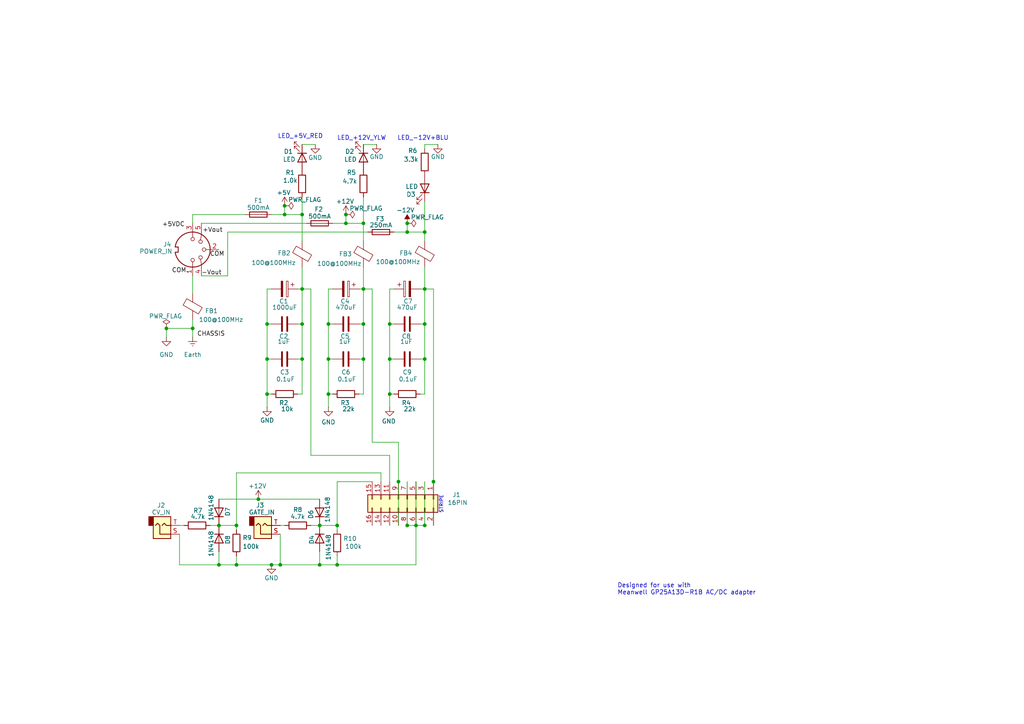
<source format=kicad_sch>
(kicad_sch (version 20250114) (generator "eeschema") (generator_version "9.0")
  (paper "A4")
  (lib_symbols
    (symbol "Connector:DIN-5_180degree" (pin_names (offset 1.016))
      (property "Reference" "J" (at 3.175 5.715 0))
      (property "Value" "DIN-5_180degree" (at 0 -6.35 0))
      (symbol "DIN-5_180degree_0_1"
        (polyline (pts (xy -5.08 2.54) (xy -4.318 2.54) (xy -2.794 2.286)))
        (polyline (pts (xy -5.08 0) (xy -3.556 0)))
        (circle (center -3.048 0) (radius 0.508))
        (circle (center -2.286 2.286) (radius 0.508))
        (polyline (pts (xy -0.762 -4.953) (xy -0.762 -4.191) (xy 0.762 -4.191) (xy 0.762 -4.953)) (stroke (width 0.254)))
        (arc (start 5.08 0) (mid 3.8673 -3.3444) (end 0.762 -5.08) (stroke (width 0.254)))
        (polyline (pts (xy 0 5.08) (xy 0 3.81)))
        (circle (center 0 3.302) (radius 0.508))
        (arc (start -5.08 0) (mid 0 5.0579) (end 5.08 0) (stroke (width 0.254)))
        (arc (start -0.762 -5.08) (mid -3.8597 -3.3379) (end -5.08 0) (stroke (width 0.254)))
        (circle (center 2.286 2.286) (radius 0.508))
        (circle (center 3.048 0) (radius 0.508))
        (polyline (pts (xy 5.08 2.54) (xy 4.318 2.54) (xy 2.794 2.286)))
        (polyline (pts (xy 5.08 0) (xy 3.556 0)))
      )
      (symbol "DIN-5_180degree_1_1"
        (pin passive line (at -7.62 2.54 0) (length 2.54) (name "~") (number "4"))
        (pin passive line (at -7.62 0 0) (length 2.54) (name "~") (number "1"))
        (pin passive line (at 0 7.62 270) (length 2.54) (name "~") (number "2"))
        (pin passive line (at 7.62 2.54 180) (length 2.54) (name "~") (number "5"))
        (pin passive line (at 7.62 0 180) (length 2.54) (name "~") (number "3"))
      )
    )
    (symbol "Connector_Audio:AudioJack2"
      (property "Reference" "J" (at 0 8.89 0))
      (property "Value" "AudioJack2" (at 0 6.35 0))
      (symbol "AudioJack2_0_1"
        (rectangle (start -3.81 0) (end -2.54 -2.54) (stroke (width 0.254)) (fill (type outline)))
        (rectangle (start -2.54 3.81) (end 2.54 -2.54) (stroke (width 0.254)) (fill (type background)))
        (polyline (pts (xy 0 0) (xy 0.635 -0.635) (xy 1.27 0) (xy 2.54 0)) (stroke (width 0.254)))
        (polyline (pts (xy 2.54 2.54) (xy -0.635 2.54) (xy -0.635 0) (xy -1.27 -0.635) (xy -1.905 0)) (stroke (width 0.254)))
      )
      (symbol "AudioJack2_1_1"
        (pin passive line (at 5.08 2.54 180) (length 2.54) (name "~") (number "S"))
        (pin passive line (at 5.08 0 180) (length 2.54) (name "~") (number "T"))
      )
    )
    (symbol "Connector_Generic:Conn_02x08_Odd_Even" (pin_names (offset 1.016) (hide yes))
      (property "Reference" "J" (at 1.27 10.16 0))
      (property "Value" "Conn_02x08_Odd_Even" (at 1.27 -12.7 0))
      (symbol "Conn_02x08_Odd_Even_1_1"
        (rectangle (start -1.27 8.89) (end 3.81 -11.43) (stroke (width 0.254)) (fill (type background)))
        (rectangle (start -1.27 7.747) (end 0 7.493) (stroke (width 0.1524)))
        (rectangle (start -1.27 5.207) (end 0 4.953) (stroke (width 0.1524)))
        (rectangle (start -1.27 2.667) (end 0 2.413) (stroke (width 0.1524)))
        (rectangle (start -1.27 0.127) (end 0 -0.127) (stroke (width 0.1524)))
        (rectangle (start -1.27 -2.413) (end 0 -2.667) (stroke (width 0.1524)))
        (rectangle (start -1.27 -4.953) (end 0 -5.207) (stroke (width 0.1524)))
        (rectangle (start -1.27 -7.493) (end 0 -7.747) (stroke (width 0.1524)))
        (rectangle (start -1.27 -10.033) (end 0 -10.287) (stroke (width 0.1524)))
        (rectangle (start 3.81 7.747) (end 2.54 7.493) (stroke (width 0.1524)))
        (rectangle (start 3.81 5.207) (end 2.54 4.953) (stroke (width 0.1524)))
        (rectangle (start 3.81 2.667) (end 2.54 2.413) (stroke (width 0.1524)))
        (rectangle (start 3.81 0.127) (end 2.54 -0.127) (stroke (width 0.1524)))
        (rectangle (start 3.81 -2.413) (end 2.54 -2.667) (stroke (width 0.1524)))
        (rectangle (start 3.81 -4.953) (end 2.54 -5.207) (stroke (width 0.1524)))
        (rectangle (start 3.81 -7.493) (end 2.54 -7.747) (stroke (width 0.1524)))
        (rectangle (start 3.81 -10.033) (end 2.54 -10.287) (stroke (width 0.1524)))
        (pin passive line (at -5.08 7.62 0) (length 3.81) (name "Pin_1") (number "1"))
        (pin passive line (at -5.08 5.08 0) (length 3.81) (name "Pin_3") (number "3"))
        (pin passive line (at -5.08 2.54 0) (length 3.81) (name "Pin_5") (number "5"))
        (pin passive line (at -5.08 0 0) (length 3.81) (name "Pin_7") (number "7"))
        (pin passive line (at -5.08 -2.54 0) (length 3.81) (name "Pin_9") (number "9"))
        (pin passive line (at -5.08 -5.08 0) (length 3.81) (name "Pin_11") (number "11"))
        (pin passive line (at -5.08 -7.62 0) (length 3.81) (name "Pin_13") (number "13"))
        (pin passive line (at -5.08 -10.16 0) (length 3.81) (name "Pin_15") (number "15"))
        (pin passive line (at 7.62 7.62 180) (length 3.81) (name "Pin_2") (number "2"))
        (pin passive line (at 7.62 5.08 180) (length 3.81) (name "Pin_4") (number "4"))
        (pin passive line (at 7.62 2.54 180) (length 3.81) (name "Pin_6") (number "6"))
        (pin passive line (at 7.62 0 180) (length 3.81) (name "Pin_8") (number "8"))
        (pin passive line (at 7.62 -2.54 180) (length 3.81) (name "Pin_10") (number "10"))
        (pin passive line (at 7.62 -5.08 180) (length 3.81) (name "Pin_12") (number "12"))
        (pin passive line (at 7.62 -7.62 180) (length 3.81) (name "Pin_14") (number "14"))
        (pin passive line (at 7.62 -10.16 180) (length 3.81) (name "Pin_16") (number "16"))
      )
    )
    (symbol "Device:C" (pin_numbers (hide yes)) (pin_names (offset 0.254))
      (property "Reference" "C" (at 0.635 2.54 0))
      (property "Value" "C" (at 0.635 -2.54 0))
      (symbol "C_0_1"
        (polyline (pts (xy -2.032 0.762) (xy 2.032 0.762)) (stroke (width 0.508)))
        (polyline (pts (xy -2.032 -0.762) (xy 2.032 -0.762)) (stroke (width 0.508)))
      )
      (symbol "C_1_1"
        (pin passive line (at 0 3.81 270) (length 2.794) (name "~") (number "1"))
        (pin passive line (at 0 -3.81 90) (length 2.794) (name "~") (number "2"))
      )
    )
    (symbol "Device:C_Polarized" (pin_numbers (hide yes)) (pin_names (offset 0.254))
      (property "Reference" "C" (at 0.635 2.54 0))
      (property "Value" "C_Polarized" (at 0.635 -2.54 0))
      (symbol "C_Polarized_0_1"
        (rectangle (start -2.286 0.508) (end 2.286 1.016))
        (polyline (pts (xy -1.778 2.286) (xy -0.762 2.286)))
        (polyline (pts (xy -1.27 2.794) (xy -1.27 1.778)))
        (rectangle (start 2.286 -0.508) (end -2.286 -1.016) (fill (type outline)))
      )
      (symbol "C_Polarized_1_1"
        (pin passive line (at 0 3.81 270) (length 2.794) (name "~") (number "1"))
        (pin passive line (at 0 -3.81 90) (length 2.794) (name "~") (number "2"))
      )
    )
    (symbol "Device:FerriteBead" (pin_numbers (hide yes)) (pin_names (offset 0))
      (property "Reference" "FB" (at -3.81 0.635 90))
      (property "Value" "FerriteBead" (at 3.81 0 90))
      (symbol "FerriteBead_0_1"
        (polyline (pts (xy -2.7686 0.4064) (xy -1.7018 2.2606) (xy 2.7686 -0.3048) (xy 1.6764 -2.159) (xy -2.7686 0.4064)))
        (polyline (pts (xy 0 1.27) (xy 0 1.2954)))
        (polyline (pts (xy 0 -1.27) (xy 0 -1.2192)))
      )
      (symbol "FerriteBead_1_1"
        (pin passive line (at 0 3.81 270) (length 2.54) (name "~") (number "1"))
        (pin passive line (at 0 -3.81 90) (length 2.54) (name "~") (number "2"))
      )
    )
    (symbol "Device:Fuse" (pin_numbers (hide yes)) (pin_names (offset 0))
      (property "Reference" "F" (at 2.032 0 90))
      (property "Value" "Fuse" (at -1.905 0 90))
      (symbol "Fuse_0_1"
        (rectangle (start -0.762 -2.54) (end 0.762 2.54) (stroke (width 0.254)))
        (polyline (pts (xy 0 2.54) (xy 0 -2.54)))
      )
      (symbol "Fuse_1_1"
        (pin passive line (at 0 3.81 270) (length 1.27) (name "~") (number "1"))
        (pin passive line (at 0 -3.81 90) (length 1.27) (name "~") (number "2"))
      )
    )
    (symbol "Device:LED" (pin_numbers (hide yes)) (pin_names (offset 1.016) (hide yes))
      (property "Reference" "D" (at 0 2.54 0))
      (property "Value" "LED" (at 0 -2.54 0))
      (symbol "LED_0_1"
        (polyline (pts (xy -3.048 -0.762) (xy -4.572 -2.286) (xy -3.81 -2.286) (xy -4.572 -2.286) (xy -4.572 -1.524)))
        (polyline (pts (xy -1.778 -0.762) (xy -3.302 -2.286) (xy -2.54 -2.286) (xy -3.302 -2.286) (xy -3.302 -1.524)))
        (polyline (pts (xy -1.27 0) (xy 1.27 0)))
        (polyline (pts (xy -1.27 -1.27) (xy -1.27 1.27)) (stroke (width 0.254)))
        (polyline (pts (xy 1.27 -1.27) (xy 1.27 1.27) (xy -1.27 0) (xy 1.27 -1.27)) (stroke (width 0.254)))
      )
      (symbol "LED_1_1"
        (pin passive line (at -3.81 0 0) (length 2.54) (name "K") (number "1"))
        (pin passive line (at 3.81 0 180) (length 2.54) (name "A") (number "2"))
      )
    )
    (symbol "Device:R" (pin_numbers (hide yes)) (pin_names (offset 0))
      (property "Reference" "R" (at 2.032 0 90))
      (property "Value" "R" (at 0 0 90))
      (symbol "R_0_1"
        (rectangle (start -1.016 -2.54) (end 1.016 2.54) (stroke (width 0.254)))
      )
      (symbol "R_1_1"
        (pin passive line (at 0 3.81 270) (length 1.27) (name "~") (number "1"))
        (pin passive line (at 0 -3.81 90) (length 1.27) (name "~") (number "2"))
      )
    )
    (symbol "Diode:1N4148" (pin_numbers (hide yes)) (pin_names (hide yes))
      (property "Reference" "D" (at 0 2.54 0))
      (property "Value" "1N4148" (at 0 -2.54 0))
      (symbol "1N4148_0_1"
        (polyline (pts (xy -1.27 1.27) (xy -1.27 -1.27)) (stroke (width 0.254)))
        (polyline (pts (xy 1.27 1.27) (xy 1.27 -1.27) (xy -1.27 0) (xy 1.27 1.27)) (stroke (width 0.254)))
        (polyline (pts (xy 1.27 0) (xy -1.27 0)))
      )
      (symbol "1N4148_1_1"
        (pin passive line (at -3.81 0 0) (length 2.54) (name "K") (number "1"))
        (pin passive line (at 3.81 0 180) (length 2.54) (name "A") (number "2"))
      )
    )
    (symbol "power:+12V" (power) (pin_numbers (hide yes)) (pin_names (offset 0) (hide yes))
      (property "Value" "+12V" (at 0 3.556 0))
      (symbol "+12V_0_1"
        (polyline (pts (xy -0.762 1.27) (xy 0 2.54)))
        (polyline (pts (xy 0 2.54) (xy 0.762 1.27)))
        (polyline (pts (xy 0 0) (xy 0 2.54)))
      )
      (symbol "+12V_1_1"
        (pin power_in line (at 0 0 90) (length 0) (name "~") (number "1"))
      )
    )
    (symbol "power:+5V" (power) (pin_numbers (hide yes)) (pin_names (offset 0) (hide yes))
      (property "Value" "+5V" (at 0 3.556 0))
      (symbol "+5V_0_1"
        (polyline (pts (xy -0.762 1.27) (xy 0 2.54)))
        (polyline (pts (xy 0 2.54) (xy 0.762 1.27)))
        (polyline (pts (xy 0 0) (xy 0 2.54)))
      )
      (symbol "+5V_1_1"
        (pin power_in line (at 0 0 90) (length 0) (name "~") (number "1"))
      )
    )
    (symbol "power:-12V" (power) (pin_numbers (hide yes)) (pin_names (offset 0) (hide yes))
      (property "Value" "-12V" (at 0 3.556 0))
      (symbol "-12V_0_0"
        (pin power_in line (at 0 0 90) (length 0) (name "~") (number "1"))
      )
      (symbol "-12V_0_1"
        (polyline (pts (xy 0 0) (xy 0 1.27) (xy 0.762 1.27) (xy 0 2.54) (xy -0.762 1.27) (xy 0 1.27)) (fill (type outline)))
      )
    )
    (symbol "power:Earth" (power) (pin_numbers (hide yes)) (pin_names (offset 0) (hide yes))
      (property "Value" "Earth" (at 0 -3.81 0))
      (symbol "Earth_0_1"
        (polyline (pts (xy -0.635 -1.905) (xy 0.635 -1.905)))
        (polyline (pts (xy -0.127 -2.54) (xy 0.127 -2.54)))
        (polyline (pts (xy 0 -1.27) (xy 0 0)))
        (polyline (pts (xy 1.27 -1.27) (xy -1.27 -1.27)))
      )
      (symbol "Earth_1_1"
        (pin power_in line (at 0 0 270) (length 0) (name "~") (number "1"))
      )
    )
    (symbol "power:GND" (power) (pin_numbers (hide yes)) (pin_names (offset 0) (hide yes))
      (property "Value" "GND" (at 0 -3.81 0))
      (symbol "GND_0_1"
        (polyline (pts (xy 0 0) (xy 0 -1.27) (xy 1.27 -1.27) (xy 0 -2.54) (xy -1.27 -1.27) (xy 0 -1.27)))
      )
      (symbol "GND_1_1"
        (pin power_in line (at 0 0 270) (length 0) (name "~") (number "1"))
      )
    )
    (symbol "power:PWR_FLAG" (power) (pin_numbers (hide yes)) (pin_names (offset 0) (hide yes))
      (property "Value" "PWR_FLAG" (at 0 3.81 0))
      (symbol "PWR_FLAG_0_0"
        (pin power_out line (at 0 0 90) (length 0) (name "~") (number "1"))
      )
      (symbol "PWR_FLAG_0_1"
        (polyline (pts (xy 0 0) (xy 0 1.27) (xy -1.016 1.905) (xy 0 2.54) (xy 1.016 1.905) (xy 0 1.27)))
      )
    )
  )
  (text "LED_-12V+BLU" (at 122.682 40.132 0) (effects (font (size 1.27 1.27))))
  (text "LED_+12V_YLW" (at 104.902 40.132 0) (effects (font (size 1.27 1.27))))
  (text "STRIPE\n" (at 128.016 146.304 90) (effects (font (size 1.016 1.016))))
  (text "Designed for use with \nMeanwell GP25A13D-R1B AC/DC adapter" (at 179.07 170.942 0) (effects (font (size 1.27 1.27)) (justify left)))
  (text "LED_+5V_RED" (at 87.122 39.624 0) (effects (font (size 1.27 1.27))))
  (junction (at 125.73 139.7))
  (junction (at 87.63 104.14))
  (junction (at 95.25 93.98))
  (junction (at 123.19 93.98))
  (junction (at 63.5 163.83))
  (junction (at 87.63 62.23))
  (junction (at 97.79 152.4))
  (junction (at 123.19 152.4))
  (junction (at 78.74 163.83))
  (junction (at 97.79 163.83))
  (junction (at 74.93 144.78))
  (junction (at 68.58 152.4))
  (junction (at 82.55 62.23))
  (junction (at 105.41 104.14))
  (junction (at 113.03 93.98))
  (junction (at 115.57 139.7))
  (junction (at 87.63 83.82))
  (junction (at 92.71 152.4))
  (junction (at 82.55 59.69))
  (junction (at 123.19 104.14))
  (junction (at 118.11 64.77))
  (junction (at 118.11 152.4))
  (junction (at 105.41 93.98))
  (junction (at 81.28 163.83))
  (junction (at 77.47 93.98))
  (junction (at 105.41 83.82))
  (junction (at 100.33 64.77))
  (junction (at 113.03 104.14))
  (junction (at 77.47 114.3))
  (junction (at 123.19 83.82))
  (junction (at 68.58 163.83))
  (junction (at 48.26 95.25))
  (junction (at 123.19 67.31))
  (junction (at 105.41 64.77))
  (junction (at 118.11 67.31))
  (junction (at 77.47 104.14))
  (junction (at 113.03 114.3))
  (junction (at 92.71 163.83))
  (junction (at 87.63 93.98))
  (junction (at 120.65 152.4))
  (junction (at 55.88 95.25))
  (junction (at 95.25 104.14))
  (junction (at 100.33 62.23))
  (junction (at 95.25 114.3))
  (junction (at 63.5 152.4))
  (wire (pts (xy 77.47 93.98) (xy 77.47 104.14)))
  (wire (pts (xy 97.79 152.4) (xy 97.79 139.7)))
  (wire (pts (xy 55.88 95.25) (xy 55.88 92.71)))
  (wire (pts (xy 123.19 139.7) (xy 123.19 152.4)))
  (wire (pts (xy 118.11 152.4) (xy 120.65 152.4)))
  (wire (pts (xy 66.04 67.31) (xy 106.68 67.31)))
  (wire (pts (xy 121.92 114.3) (xy 123.19 114.3)))
  (wire (pts (xy 90.17 152.4) (xy 92.71 152.4)))
  (wire (pts (xy 123.19 58.42) (xy 123.19 67.31)))
  (wire (pts (xy 125.73 139.7) (xy 125.73 152.4)))
  (wire (pts (xy 97.79 163.83) (xy 97.79 161.29)))
  (wire (pts (xy 66.04 80.01) (xy 66.04 67.31)))
  (wire (pts (xy 87.63 83.82) (xy 87.63 93.98)))
  (wire (pts (xy 115.57 139.7) (xy 115.57 152.4)))
  (wire (pts (xy 63.5 152.4) (xy 68.58 152.4)))
  (wire (pts (xy 100.33 62.23) (xy 100.33 64.77)))
  (wire (pts (xy 87.63 77.47) (xy 87.63 83.82)))
  (wire (pts (xy 87.63 83.82) (xy 90.17 83.82)))
  (wire (pts (xy 104.14 104.14) (xy 105.41 104.14)))
  (wire (pts (xy 95.25 104.14) (xy 95.25 114.3)))
  (wire (pts (xy 95.25 93.98) (xy 95.25 104.14)))
  (wire (pts (xy 92.71 160.02) (xy 92.71 163.83)))
  (wire (pts (xy 113.03 104.14) (xy 114.3 104.14)))
  (wire (pts (xy 100.33 64.77) (xy 105.41 64.77)))
  (wire (pts (xy 87.63 93.98) (xy 87.63 104.14)))
  (wire (pts (xy 120.65 152.4) (xy 120.65 163.83)))
  (wire (pts (xy 120.65 163.83) (xy 97.79 163.83)))
  (wire (pts (xy 113.03 132.08) (xy 113.03 139.7)))
  (wire (pts (xy 68.58 153.67) (xy 68.58 152.4)))
  (wire (pts (xy 87.63 104.14) (xy 87.63 114.3)))
  (wire (pts (xy 86.36 104.14) (xy 87.63 104.14)))
  (wire (pts (xy 105.41 57.15) (xy 105.41 64.77)))
  (wire (pts (xy 105.41 41.91) (xy 109.22 41.91)))
  (wire (pts (xy 81.28 152.4) (xy 82.55 152.4)))
  (wire (pts (xy 105.41 77.47) (xy 105.41 83.82)))
  (wire (pts (xy 95.25 104.14) (xy 96.52 104.14)))
  (wire (pts (xy 121.92 104.14) (xy 123.19 104.14)))
  (wire (pts (xy 81.28 154.94) (xy 81.28 163.83)))
  (wire (pts (xy 105.41 83.82) (xy 105.41 93.98)))
  (wire (pts (xy 77.47 114.3) (xy 77.47 118.11)))
  (wire (pts (xy 118.11 67.31) (xy 123.19 67.31)))
  (wire (pts (xy 121.92 83.82) (xy 123.19 83.82)))
  (wire (pts (xy 114.3 67.31) (xy 118.11 67.31)))
  (wire (pts (xy 87.63 62.23) (xy 87.63 69.85)))
  (wire (pts (xy 95.25 83.82) (xy 95.25 93.98)))
  (wire (pts (xy 92.71 152.4) (xy 97.79 152.4)))
  (wire (pts (xy 90.17 83.82) (xy 90.17 132.08)))
  (wire (pts (xy 120.65 139.7) (xy 120.65 152.4)))
  (wire (pts (xy 55.88 95.25) (xy 48.26 95.25)))
  (wire (pts (xy 107.95 128.27) (xy 115.57 128.27)))
  (wire (pts (xy 123.19 67.31) (xy 123.19 69.85)))
  (wire (pts (xy 118.11 64.77) (xy 118.11 67.31)))
  (wire (pts (xy 125.73 83.82) (xy 125.73 139.7)))
  (wire (pts (xy 68.58 163.83) (xy 68.58 161.29)))
  (wire (pts (xy 123.19 41.91) (xy 127 41.91)))
  (wire (pts (xy 113.03 93.98) (xy 113.03 104.14)))
  (wire (pts (xy 123.19 77.47) (xy 123.19 83.82)))
  (wire (pts (xy 81.28 163.83) (xy 92.71 163.83)))
  (wire (pts (xy 104.14 83.82) (xy 105.41 83.82)))
  (wire (pts (xy 95.25 93.98) (xy 96.52 93.98)))
  (wire (pts (xy 86.36 83.82) (xy 87.63 83.82)))
  (wire (pts (xy 95.25 83.82) (xy 96.52 83.82)))
  (wire (pts (xy 105.41 104.14) (xy 105.41 114.3)))
  (wire (pts (xy 81.28 163.83) (xy 78.74 163.83)))
  (wire (pts (xy 97.79 153.67) (xy 97.79 152.4)))
  (wire (pts (xy 63.5 160.02) (xy 63.5 163.83)))
  (wire (pts (xy 52.07 163.83) (xy 63.5 163.83)))
  (wire (pts (xy 55.88 64.77) (xy 55.88 62.23)))
  (wire (pts (xy 60.96 152.4) (xy 63.5 152.4)))
  (wire (pts (xy 77.47 104.14) (xy 77.47 114.3)))
  (wire (pts (xy 113.03 83.82) (xy 114.3 83.82)))
  (wire (pts (xy 52.07 163.83) (xy 52.07 154.94)))
  (wire (pts (xy 48.26 95.25) (xy 48.26 97.79)))
  (wire (pts (xy 105.41 93.98) (xy 105.41 104.14)))
  (wire (pts (xy 118.11 139.7) (xy 118.11 152.4)))
  (wire (pts (xy 113.03 114.3) (xy 113.03 118.11)))
  (wire (pts (xy 63.5 144.78) (xy 74.93 144.78)))
  (wire (pts (xy 95.25 114.3) (xy 95.25 118.11)))
  (wire (pts (xy 87.63 41.91) (xy 91.44 41.91)))
  (wire (pts (xy 123.19 83.82) (xy 125.73 83.82)))
  (wire (pts (xy 90.17 132.08) (xy 113.03 132.08)))
  (wire (pts (xy 55.88 62.23) (xy 71.12 62.23)))
  (wire (pts (xy 58.42 80.01) (xy 66.04 80.01)))
  (wire (pts (xy 104.14 93.98) (xy 105.41 93.98)))
  (wire (pts (xy 123.19 43.18) (xy 123.19 41.91)))
  (wire (pts (xy 107.95 83.82) (xy 107.95 128.27)))
  (wire (pts (xy 96.52 64.77) (xy 100.33 64.77)))
  (wire (pts (xy 87.63 57.15) (xy 87.63 62.23)))
  (wire (pts (xy 77.47 104.14) (xy 78.74 104.14)))
  (wire (pts (xy 113.03 93.98) (xy 114.3 93.98)))
  (wire (pts (xy 77.47 83.82) (xy 78.74 83.82)))
  (wire (pts (xy 97.79 139.7) (xy 107.95 139.7)))
  (wire (pts (xy 53.34 152.4) (xy 52.07 152.4)))
  (wire (pts (xy 55.88 80.01) (xy 55.88 85.09)))
  (wire (pts (xy 115.57 128.27) (xy 115.57 139.7)))
  (wire (pts (xy 55.88 95.25) (xy 55.88 97.79)))
  (wire (pts (xy 77.47 83.82) (xy 77.47 93.98)))
  (wire (pts (xy 113.03 104.14) (xy 113.03 114.3)))
  (wire (pts (xy 78.74 62.23) (xy 82.55 62.23)))
  (wire (pts (xy 105.41 64.77) (xy 105.41 69.85)))
  (wire (pts (xy 104.14 114.3) (xy 105.41 114.3)))
  (wire (pts (xy 120.65 152.4) (xy 123.19 152.4)))
  (wire (pts (xy 74.93 144.78) (xy 92.71 144.78)))
  (wire (pts (xy 123.19 104.14) (xy 123.19 114.3)))
  (wire (pts (xy 110.49 137.16) (xy 110.49 139.7)))
  (wire (pts (xy 86.36 93.98) (xy 87.63 93.98)))
  (wire (pts (xy 58.42 64.77) (xy 88.9 64.77)))
  (wire (pts (xy 63.5 163.83) (xy 68.58 163.83)))
  (wire (pts (xy 113.03 114.3) (xy 114.3 114.3)))
  (wire (pts (xy 77.47 114.3) (xy 78.74 114.3)))
  (wire (pts (xy 68.58 152.4) (xy 68.58 137.16)))
  (wire (pts (xy 68.58 137.16) (xy 110.49 137.16)))
  (wire (pts (xy 121.92 93.98) (xy 123.19 93.98)))
  (wire (pts (xy 77.47 93.98) (xy 78.74 93.98)))
  (wire (pts (xy 82.55 62.23) (xy 87.63 62.23)))
  (wire (pts (xy 95.25 114.3) (xy 96.52 114.3)))
  (wire (pts (xy 78.74 163.83) (xy 68.58 163.83)))
  (wire (pts (xy 82.55 59.69) (xy 82.55 62.23)))
  (wire (pts (xy 105.41 83.82) (xy 107.95 83.82)))
  (wire (pts (xy 113.03 83.82) (xy 113.03 93.98)))
  (wire (pts (xy 92.71 163.83) (xy 97.79 163.83)))
  (wire (pts (xy 123.19 93.98) (xy 123.19 104.14)))
  (wire (pts (xy 123.19 83.82) (xy 123.19 93.98)))
  (wire (pts (xy 86.36 114.3) (xy 87.63 114.3)))
  (label "CHASSIS" (at 57.15 97.79 0))
  (label "+Vout" (at 58.718 67.6652 0))
  (label "COM" (at 49.8194 79.3739 0))
  (label "COM" (at 60.8468 74.6053 0))
  (label "+5VDC" (at 46.99 66.04 0))
  (label "-Vout" (at 58.42 80.01 0))
  (symbol (lib_id "power:GND") (at 113.03 118.11 0) (unit 1)
    (property "Reference" "#PWR09" (effects (hide yes)))
    (property "Value" "GND" (at 112.776 122.174 0))
    (property "Description" "Power symbol creates a global label with name \"GND\" , ground" (effects (hide yes)))
  )
  (symbol (lib_id "Device:C_Polarized") (at 82.55 83.82 270) (unit 1)
    (property "Reference" "C1" (at 82.296 87.376 90))
    (property "Value" "1000uF" (at 82.55 89.154 90))
    (property "Footprint" "Capacitor_THT:CP_Radial_D10.0mm_P5.00mm" (effects (hide yes)))
    (property "Description" "Polarized capacitor" (effects (hide yes)))
  )
  (symbol (lib_id "power:Earth") (at 55.88 97.79 0) (unit 1)
    (property "Reference" "#PWR05" (effects (hide yes)))
    (property "Value" "Earth" (at 55.88 102.87 0))
    (property "Description" "Power symbol creates a global label with name \"Earth\"" (effects (hide yes)))
  )
  (symbol (lib_id "power:GND") (at 127 41.91 0) (unit 1)
    (property "Reference" "#PWR013" (effects (hide yes)))
    (property "Value" "GND" (at 127 45.466 0))
    (property "Description" "Power symbol creates a global label with name \"GND\" , ground" (effects (hide yes)))
  )
  (symbol (lib_id "Device:C") (at 118.11 93.98 90) (unit 1)
    (property "Reference" "C8" (at 117.856 97.536 90))
    (property "Value" "1uF" (at 117.856 99.06 90))
    (property "Footprint" "Capacitor_THT:C_Rect_L7.2mm_W4.5mm_P5.00mm_FKS2_FKP2_MKS2_MKP2" (effects (hide yes)))
    (property "Description" "Unpolarized capacitor" (effects (hide yes)))
  )
  (symbol (lib_id "power:GND") (at 78.74 163.83 0) (unit 1)
    (property "Reference" "#PWR010" (effects (hide yes)))
    (property "Value" "GND" (at 78.74 167.64 0))
    (property "Description" "Power symbol creates a global label with name \"GND\" , ground" (effects (hide yes)))
  )
  (symbol (lib_id "Device:FerriteBead") (at 87.63 73.66 0) (unit 1)
    (property "Reference" "FB2" (at 80.518 73.406 0) (effects (justify left)))
    (property "Value" "100@100MHz" (at 72.898 76.2 0) (effects (justify left)))
    (property "Footprint" "Inductor_THT:L_Axial_L5.3mm_D2.2mm_P7.62mm_Horizontal_Vishay_IM-1" (effects (hide yes)))
    (property "Description" "Ferrite bead" (effects (hide yes)))
  )
  (symbol (lib_id "power:GND") (at 95.25 118.11 0) (unit 1)
    (property "Reference" "#PWR08" (effects (hide yes)))
    (property "Value" "GND" (at 95.25 122.428 0))
    (property "Description" "Power symbol creates a global label with name \"GND\" , ground" (effects (hide yes)))
  )
  (symbol (lib_id "power:+5V") (at 82.55 59.69 0) (unit 1)
    (property "Reference" "#PWR04" (effects (hide yes)))
    (property "Value" "+5V" (at 82.296 55.88 0))
    (property "Description" "Power symbol creates a global label with name \"+5V\"" (effects (hide yes)))
  )
  (symbol (lib_id "power:+12V") (at 100.33 62.23 0) (unit 1)
    (property "Reference" "#PWR01" (effects (hide yes)))
    (property "Value" "+12V" (at 100.076 58.42 0))
    (property "Description" "Power symbol creates a global label with name \"+12V\"" (effects (hide yes)))
  )
  (symbol (lib_id "power:GND") (at 91.44 41.91 0) (unit 1)
    (property "Reference" "#PWR06" (effects (hide yes)))
    (property "Value" "GND" (at 91.44 45.72 0))
    (property "Description" "Power symbol creates a global label with name \"GND\" , ground" (effects (hide yes)))
  )
  (symbol (lib_id "Device:C") (at 82.55 93.98 90) (unit 1)
    (property "Reference" "C2" (at 82.296 97.536 90))
    (property "Value" "1uF" (at 82.296 99.06 90))
    (property "Footprint" "Capacitor_THT:C_Rect_L7.2mm_W4.5mm_P5.00mm_FKS2_FKP2_MKS2_MKP2" (effects (hide yes)))
    (property "Description" "Unpolarized capacitor" (effects (hide yes)))
  )
  (symbol (lib_id "Device:LED") (at 105.41 45.72 270) (unit 1)
    (property "Reference" "D2" (at 100.076 43.942 90) (effects (justify left)))
    (property "Value" "LED" (at 99.822 46.228 90) (effects (justify left)))
    (property "Footprint" "LED_THT:LED_D5.0mm" (effects (hide yes)))
    (property "Description" "Light emitting diode" (effects (hide yes)))
    (property "Sim.Pins" "1=K 2=A" (effects (hide yes)))
  )
  (symbol (lib_id "Device:LED") (at 123.19 54.61 270) (mirror x) (unit 1)
    (property "Reference" "D3" (at 117.856 56.388 90) (effects (justify left)))
    (property "Value" "LED" (at 117.602 54.102 90) (effects (justify left)))
    (property "Footprint" "LED_THT:LED_D5.0mm" (effects (hide yes)))
    (property "Description" "Light emitting diode" (effects (hide yes)))
    (property "Sim.Pins" "1=K 2=A" (effects (hide yes)))
  )
  (symbol (lib_id "Device:R") (at 68.58 157.48 0) (unit 1)
    (property "Reference" "R9" (at 70.358 155.956 0) (effects (justify left)))
    (property "Value" "100k" (at 70.358 158.496 0) (effects (justify left)))
    (property "Footprint" "Resistor_THT:R_Axial_DIN0204_L3.6mm_D1.6mm_P5.08mm_Horizontal" (effects (hide yes)))
    (property "Description" "Resistor" (effects (hide yes)))
  )
  (symbol (lib_id "power:PWR_FLAG") (at 100.33 62.23 270) (unit 1)
    (property "Reference" "#FLG02" (effects (hide yes)))
    (property "Value" "PWR_FLAG" (at 101.346 60.452 90) (effects (justify left)))
    (property "Description" "Special symbol for telling ERC where power comes from" (effects (hide yes)))
  )
  (symbol (lib_id "Device:C_Polarized") (at 118.11 83.82 90) (mirror x) (unit 1)
    (property "Reference" "C7" (at 118.364 87.376 90))
    (property "Value" "470uF" (at 118.11 89.154 90))
    (property "Footprint" "Capacitor_THT:CP_Radial_D10.0mm_P5.00mm" (effects (hide yes)))
    (property "Description" "Polarized capacitor" (effects (hide yes)))
  )
  (symbol (lib_id "Diode:1N4148") (at 92.71 148.59 90) (unit 1)
    (property "Reference" "D6" (at 90.17 147.828 0) (effects (justify right)))
    (property "Value" "1N4148" (at 94.996 144.018 0) (effects (justify right)))
    (property "Footprint" "Diode_THT:D_DO-35_SOD27_P7.62mm_Horizontal" (effects (hide yes)))
    (property "Datasheet" "https://assets.nexperia.com/documents/data-sheet/1N4148_1N4448.pdf" (effects (hide yes)))
    (property "Description" "100V 0.15A standard switching diode, DO-35" (effects (hide yes)))
    (property "Sim.Device" "D" (effects (hide yes)))
    (property "Sim.Pins" "1=K 2=A" (effects (hide yes)))
  )
  (symbol (lib_id "power:GND") (at 48.26 97.79 0) (unit 1)
    (property "Reference" "#PWR011" (effects (hide yes)))
    (property "Value" "GND" (at 48.26 102.87 0))
    (property "Description" "Power symbol creates a global label with name \"GND\" , ground" (effects (hide yes)))
  )
  (symbol (lib_id "Device:FerriteBead") (at 105.41 73.66 0) (unit 1)
    (property "Reference" "FB3" (at 98.298 73.66 0) (effects (justify left)))
    (property "Value" "100@100MHz" (at 91.948 76.454 0) (effects (justify left)))
    (property "Footprint" "Inductor_THT:L_Axial_L5.3mm_D2.2mm_P7.62mm_Horizontal_Vishay_IM-1" (effects (hide yes)))
    (property "Description" "Ferrite bead" (effects (hide yes)))
  )
  (symbol (lib_id "Device:C") (at 118.11 104.14 90) (unit 1)
    (property "Reference" "C9" (at 118.11 107.95 90))
    (property "Value" "0.1uF" (at 118.364 109.982 90))
    (property "Footprint" "Capacitor_THT:C_Rect_L4.0mm_W2.5mm_P2.50mm" (effects (hide yes)))
    (property "Description" "Unpolarized capacitor" (effects (hide yes)))
  )
  (symbol (lib_id "power:PWR_FLAG") (at 48.26 95.25 0) (unit 1)
    (property "Reference" "#FLG04" (effects (hide yes)))
    (property "Value" "PWR_FLAG" (at 43.18 91.694 0) (effects (justify left)))
    (property "Description" "Special symbol for telling ERC where power comes from" (effects (hide yes)))
  )
  (symbol (lib_id "Diode:1N4148") (at 92.71 156.21 270) (unit 1)
    (property "Reference" "D4" (at 90.424 155.194 0) (effects (justify left)))
    (property "Value" "1N4148" (at 95.25 154.94 0) (effects (justify left)))
    (property "Footprint" "Diode_THT:D_DO-35_SOD27_P7.62mm_Horizontal" (effects (hide yes)))
    (property "Datasheet" "https://assets.nexperia.com/documents/data-sheet/1N4148_1N4448.pdf" (effects (hide yes)))
    (property "Description" "100V 0.15A standard switching diode, DO-35" (effects (hide yes)))
    (property "Sim.Device" "D" (effects (hide yes)))
    (property "Sim.Pins" "1=K 2=A" (effects (hide yes)))
  )
  (symbol (lib_id "power:-12V") (at 118.11 64.77 0) (unit 1)
    (property "Reference" "#PWR02" (effects (hide yes)))
    (property "Value" "-12V" (at 117.602 60.96 0))
    (property "Description" "Power symbol creates a global label with name \"-12V\"" (effects (hide yes)))
  )
  (symbol (lib_id "Connector_Audio:AudioJack2") (at 76.2 152.4 0) (mirror x) (unit 1)
    (property "Reference" "J3" (at 75.438 146.558 0))
    (property "Value" "GATE_IN" (at 75.946 148.59 0))
    (property "Description" "Audio Jack, 2 Poles (Mono / TS)" (effects (hide yes)))
  )
  (symbol (lib_id "power:PWR_FLAG") (at 82.55 59.69 270) (unit 1)
    (property "Reference" "#FLG01" (effects (hide yes)))
    (property "Value" "PWR_FLAG" (at 83.566 57.912 90) (effects (justify left)))
    (property "Description" "Special symbol for telling ERC where power comes from" (effects (hide yes)))
  )
  (symbol (lib_id "power:GND") (at 77.47 118.11 0) (unit 1)
    (property "Reference" "#PWR07" (effects (hide yes)))
    (property "Value" "GND" (at 77.47 121.92 0))
    (property "Description" "Power symbol creates a global label with name \"GND\" , ground" (effects (hide yes)))
  )
  (symbol (lib_id "Device:FerriteBead") (at 123.19 73.66 0) (unit 1)
    (property "Reference" "FB4" (at 115.824 73.406 0) (effects (justify left)))
    (property "Value" "100@100MHz" (at 108.966 75.946 0) (effects (justify left)))
    (property "Footprint" "Inductor_THT:L_Axial_L5.3mm_D2.2mm_P7.62mm_Horizontal_Vishay_IM-1" (effects (hide yes)))
    (property "Description" "Ferrite bead" (effects (hide yes)))
  )
  (symbol (lib_id "Diode:1N4148") (at 63.5 156.21 270) (unit 1)
    (property "Reference" "D8" (at 66.04 155.194 0) (effects (justify left)))
    (property "Value" "1N4148" (at 61.214 153.924 0) (effects (justify left)))
    (property "Footprint" "Diode_THT:D_DO-35_SOD27_P7.62mm_Horizontal" (effects (hide yes)))
    (property "Datasheet" "https://assets.nexperia.com/documents/data-sheet/1N4148_1N4448.pdf" (effects (hide yes)))
    (property "Description" "100V 0.15A standard switching diode, DO-35" (effects (hide yes)))
    (property "Sim.Device" "D" (effects (hide yes)))
    (property "Sim.Pins" "1=K 2=A" (effects (hide yes)))
  )
  (symbol (lib_id "Device:R") (at 87.63 53.34 180) (unit 1)
    (property "Reference" "R1" (at 82.804 50.038 0) (effects (justify right)))
    (property "Value" "1.0k" (at 82.042 52.324 0) (effects (justify right)))
    (property "Footprint" "Resistor_THT:R_Axial_DIN0204_L3.6mm_D1.6mm_P5.08mm_Horizontal" (effects (hide yes)))
    (property "Description" "Resistor" (effects (hide yes)))
  )
  (symbol (lib_id "Device:R") (at 118.11 114.3 90) (unit 1)
    (property "Reference" "R4" (at 117.856 116.84 90))
    (property "Value" "22k" (at 118.872 118.618 90))
    (property "Footprint" "Resistor_THT:R_Axial_DIN0204_L3.6mm_D1.6mm_P5.08mm_Horizontal" (effects (hide yes)))
    (property "Description" "Resistor" (effects (hide yes)))
  )
  (symbol (lib_id "Device:Fuse") (at 110.49 67.31 90) (unit 1)
    (property "Reference" "F3" (at 110.236 63.5 90))
    (property "Value" "250mA" (at 110.49 65.278 90))
    (property "Footprint" "WurthElektronik_696101000002:696101000002" (effects (hide yes)))
    (property "Description" "Fuse" (effects (hide yes)))
  )
  (symbol (lib_id "Connector_Generic:Conn_02x08_Odd_Even") (at 118.11 144.78 270) (unit 1)
    (property "Reference" "J1" (at 133.604 143.51 90) (effects (justify right)))
    (property "Value" "16PIN" (at 135.636 145.796 90) (effects (justify right)))
    (property "Footprint" "Connector_IDC:IDC-Header_2x08-1MP_P2.54mm_Latch_Vertical" (effects (hide yes)))
    (property "Description" "Generic connector, double row, 02x08, odd/even pin numbering scheme (row 1 odd numbers, row 2 even numbers), script generated (kicad-library-utils/schlib/autogen/connector/)" (effects (hide yes)))
  )
  (symbol (lib_id "Device:R") (at 57.15 152.4 270) (unit 1)
    (property "Reference" "R7" (at 57.404 148.082 90))
    (property "Value" "4.7k" (at 57.404 149.86 90))
    (property "Footprint" "Resistor_THT:R_Axial_DIN0204_L3.6mm_D1.6mm_P5.08mm_Horizontal" (effects (hide yes)))
    (property "Description" "Resistor" (effects (hide yes)))
  )
  (symbol (lib_id "power:+12V") (at 74.93 144.78 0) (unit 1)
    (property "Reference" "#PWR03" (effects (hide yes)))
    (property "Value" "+12V" (at 74.676 140.97 0))
    (property "Description" "Power symbol creates a global label with name \"+12V\"" (effects (hide yes)))
  )
  (symbol (lib_id "Device:Fuse") (at 74.93 62.23 90) (unit 1)
    (property "Reference" "F1" (at 74.93 58.166 90))
    (property "Value" "500mA" (at 74.93 60.198 90))
    (property "Footprint" "WurthElektronik_696101000002:696101000002" (effects (hide yes)))
    (property "Description" "Fuse" (effects (hide yes)))
  )
  (symbol (lib_id "power:GND") (at 109.22 41.91 0) (unit 1)
    (property "Reference" "#PWR012" (effects (hide yes)))
    (property "Value" "GND" (at 109.22 45.466 0))
    (property "Description" "Power symbol creates a global label with name \"GND\" , ground" (effects (hide yes)))
  )
  (symbol (lib_id "Device:R") (at 100.33 114.3 90) (unit 1)
    (property "Reference" "R3" (at 100.076 116.84 90))
    (property "Value" "22k" (at 101.092 118.618 90))
    (property "Footprint" "Resistor_THT:R_Axial_DIN0204_L3.6mm_D1.6mm_P5.08mm_Horizontal" (effects (hide yes)))
    (property "Description" "Resistor" (effects (hide yes)))
  )
  (symbol (lib_id "Device:C_Polarized") (at 100.33 83.82 270) (unit 1)
    (property "Reference" "C4" (at 100.076 87.376 90))
    (property "Value" "470uF" (at 100.33 89.154 90))
    (property "Footprint" "Capacitor_THT:CP_Radial_D10.0mm_P5.00mm" (effects (hide yes)))
    (property "Description" "Polarized capacitor" (effects (hide yes)))
  )
  (symbol (lib_id "Device:Fuse") (at 92.71 64.77 90) (unit 1)
    (property "Reference" "F2" (at 92.456 60.706 90))
    (property "Value" "500mA" (at 92.71 62.738 90))
    (property "Footprint" "WurthElektronik_696101000002:696101000002" (effects (hide yes)))
    (property "Description" "Fuse" (effects (hide yes)))
  )
  (symbol (lib_id "Device:C") (at 82.55 104.14 90) (unit 1)
    (property "Reference" "C3" (at 82.55 107.95 90))
    (property "Value" "0.1uF" (at 82.804 109.982 90))
    (property "Footprint" "Capacitor_THT:C_Rect_L4.0mm_W2.5mm_P2.50mm" (effects (hide yes)))
    (property "Description" "Unpolarized capacitor" (effects (hide yes)))
  )
  (symbol (lib_id "Device:FerriteBead") (at 55.88 88.9 0) (unit 1)
    (property "Reference" "FB1" (at 59.436 90.17 0) (effects (justify left)))
    (property "Value" "100@100MHz" (at 57.658 92.71 0) (effects (justify left)))
    (property "Footprint" "Inductor_THT:L_Axial_L5.3mm_D2.2mm_P7.62mm_Horizontal_Vishay_IM-1" (effects (hide yes)))
    (property "Description" "Ferrite bead" (effects (hide yes)))
  )
  (symbol (lib_id "Device:R") (at 82.55 114.3 90) (unit 1)
    (property "Reference" "R2" (at 82.296 116.84 90))
    (property "Value" "10k" (at 83.312 118.618 90))
    (property "Footprint" "Resistor_THT:R_Axial_DIN0204_L3.6mm_D1.6mm_P5.08mm_Horizontal" (effects (hide yes)))
    (property "Description" "Resistor" (effects (hide yes)))
  )
  (symbol (lib_id "Device:R") (at 86.36 152.4 270) (unit 1)
    (property "Reference" "R8" (at 86.36 147.828 90))
    (property "Value" "4.7k" (at 86.36 149.86 90))
    (property "Footprint" "Resistor_THT:R_Axial_DIN0204_L3.6mm_D1.6mm_P5.08mm_Horizontal" (effects (hide yes)))
    (property "Description" "Resistor" (effects (hide yes)))
  )
  (symbol (lib_id "Device:R") (at 97.79 157.48 0) (unit 1)
    (property "Reference" "R10" (at 99.568 156.21 0) (effects (justify left)))
    (property "Value" "100k" (at 100.076 158.496 0) (effects (justify left)))
    (property "Footprint" "Resistor_THT:R_Axial_DIN0204_L3.6mm_D1.6mm_P5.08mm_Horizontal" (effects (hide yes)))
    (property "Description" "Resistor" (effects (hide yes)))
  )
  (symbol (lib_id "Device:C") (at 100.33 104.14 90) (unit 1)
    (property "Reference" "C6" (at 100.33 107.95 90))
    (property "Value" "0.1uF" (at 100.584 109.982 90))
    (property "Footprint" "Capacitor_THT:C_Rect_L4.0mm_W2.5mm_P2.50mm" (effects (hide yes)))
    (property "Description" "Unpolarized capacitor" (effects (hide yes)))
  )
  (symbol (lib_id "Device:LED") (at 87.63 45.72 270) (unit 1)
    (property "Reference" "D1" (at 82.296 43.942 90) (effects (justify left)))
    (property "Value" "LED" (at 82.042 46.228 90) (effects (justify left)))
    (property "Footprint" "LED_THT:LED_D5.0mm" (effects (hide yes)))
    (property "Description" "Light emitting diode" (effects (hide yes)))
    (property "Sim.Pins" "1=K 2=A" (effects (hide yes)))
  )
  (symbol (lib_id "Diode:1N4148") (at 63.5 148.59 90) (unit 1)
    (property "Reference" "D7" (at 66.04 147.066 0) (effects (justify right)))
    (property "Value" "1N4148" (at 61.214 143.51 0) (effects (justify right)))
    (property "Footprint" "Diode_THT:D_DO-35_SOD27_P7.62mm_Horizontal" (effects (hide yes)))
    (property "Datasheet" "https://assets.nexperia.com/documents/data-sheet/1N4148_1N4448.pdf" (effects (hide yes)))
    (property "Description" "100V 0.15A standard switching diode, DO-35" (effects (hide yes)))
    (property "Sim.Device" "D" (effects (hide yes)))
    (property "Sim.Pins" "1=K 2=A" (effects (hide yes)))
  )
  (symbol (lib_id "power:PWR_FLAG") (at 118.11 64.77 270) (unit 1)
    (property "Reference" "#FLG03" (effects (hide yes)))
    (property "Value" "PWR_FLAG" (at 119.126 62.992 90) (effects (justify left)))
    (property "Description" "Special symbol for telling ERC where power comes from" (effects (hide yes)))
  )
  (symbol (lib_id "Device:R") (at 123.19 46.99 180) (unit 1)
    (property "Reference" "R6" (at 118.364 43.688 0) (effects (justify right)))
    (property "Value" "3.3k" (at 117.094 46.228 0) (effects (justify right)))
    (property "Footprint" "Resistor_THT:R_Axial_DIN0204_L3.6mm_D1.6mm_P5.08mm_Horizontal" (effects (hide yes)))
    (property "Description" "Resistor" (effects (hide yes)))
  )
  (symbol (lib_id "Device:C") (at 100.33 93.98 90) (unit 1)
    (property "Reference" "C5" (at 100.076 97.536 90))
    (property "Value" "1uF" (at 100.076 99.06 90))
    (property "Footprint" "Capacitor_THT:C_Rect_L7.2mm_W4.5mm_P5.00mm_FKS2_FKP2_MKS2_MKP2" (effects (hide yes)))
    (property "Description" "Unpolarized capacitor" (effects (hide yes)))
  )
  (symbol (lib_id "Connector_Audio:AudioJack2") (at 46.99 152.4 0) (mirror x) (unit 1)
    (property "Reference" "J2" (at 46.736 146.558 0))
    (property "Value" "CV_IN" (at 46.736 148.59 0))
    (property "Description" "Audio Jack, 2 Poles (Mono / TS)" (effects (hide yes)))
  )
  (symbol (lib_id "Connector:DIN-5_180degree") (at 55.88 72.39 270) (mirror x) (unit 1)
    (property "Reference" "J4" (at 48.514 70.866 90))
    (property "Value" "POWER_IN" (at 45.212 72.898 90))
    (property "Datasheet" "http://www.mouser.com/ds/2/18/40_c091_abd_e-75918.pdf" (effects (hide yes)))
    (property "Description" "5-pin DIN connector (5-pin DIN-5 stereo)" (effects (hide yes)))
  )
  (symbol (lib_id "Device:R") (at 105.41 53.34 180) (unit 1)
    (property "Reference" "R5" (at 100.584 50.038 0) (effects (justify right)))
    (property "Value" "4.7k" (at 99.314 52.578 0) (effects (justify right)))
    (property "Footprint" "Resistor_THT:R_Axial_DIN0204_L3.6mm_D1.6mm_P5.08mm_Horizontal" (effects (hide yes)))
    (property "Description" "Resistor" (effects (hide yes)))
  )
)
</source>
